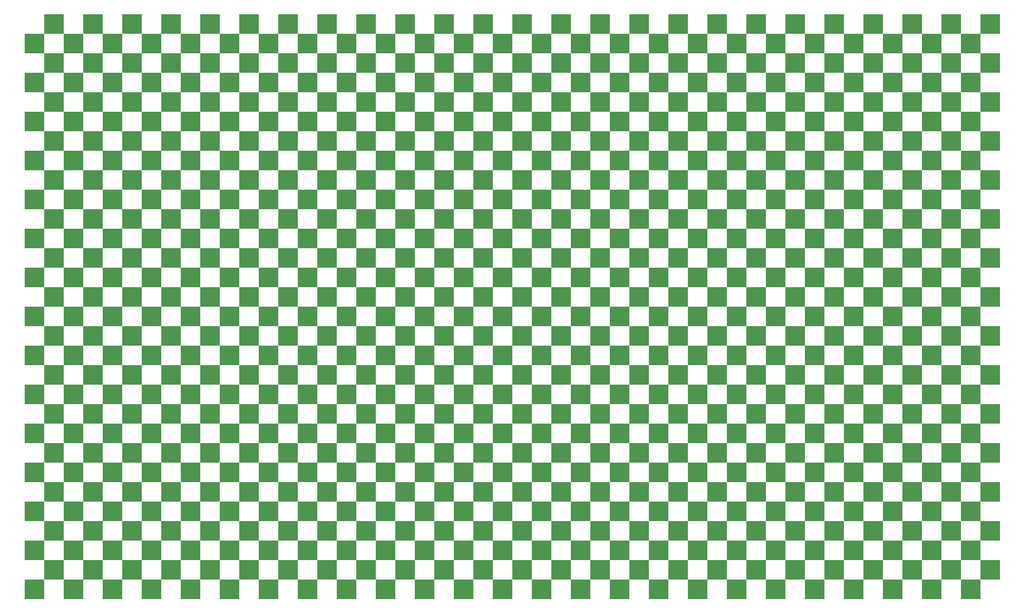
<source format=gtl>
G75*
G70*
%OFA0B0*%
%FSLAX22Y22*%
%IPPOS*%
%LPD*%
%ADD10R,0.1X0.1*%
D10*
X0005Y0005D03*
X0015Y0015D03*
X0025Y0005D03*
X0035Y0015D03*
X0045Y0005D03*
X0055Y0015D03*
X0065Y0005D03*
X0075Y0015D03*
X0085Y0005D03*
X0095Y0015D03*
X0105Y0005D03*
X0115Y0015D03*
X0125Y0005D03*
X0135Y0015D03*
X0145Y0005D03*
X0155Y0015D03*
X0165Y0005D03*
X0175Y0015D03*
X0185Y0005D03*
X0195Y0015D03*
X0205Y0005D03*
X0215Y0015D03*
X0225Y0005D03*
X0235Y0015D03*
X0245Y0005D03*
X0255Y0015D03*
X0265Y0005D03*
X0275Y0015D03*
X0285Y0005D03*
X0295Y0015D03*
X0305Y0005D03*
X0315Y0015D03*
X0325Y0005D03*
X0335Y0015D03*
X0345Y0005D03*
X0355Y0015D03*
X0365Y0005D03*
X0375Y0015D03*
X0385Y0005D03*
X0395Y0015D03*
X0405Y0005D03*
X0415Y0015D03*
X0425Y0005D03*
X0435Y0015D03*
X0445Y0005D03*
X0455Y0015D03*
X0465Y0005D03*
X0475Y0015D03*
X0485Y0005D03*
X0495Y0015D03*
X0005Y0025D03*
X0015Y0035D03*
X0025Y0025D03*
X0035Y0035D03*
X0045Y0025D03*
X0055Y0035D03*
X0065Y0025D03*
X0075Y0035D03*
X0085Y0025D03*
X0095Y0035D03*
X0105Y0025D03*
X0115Y0035D03*
X0125Y0025D03*
X0135Y0035D03*
X0145Y0025D03*
X0155Y0035D03*
X0165Y0025D03*
X0175Y0035D03*
X0185Y0025D03*
X0195Y0035D03*
X0205Y0025D03*
X0215Y0035D03*
X0225Y0025D03*
X0235Y0035D03*
X0245Y0025D03*
X0255Y0035D03*
X0265Y0025D03*
X0275Y0035D03*
X0285Y0025D03*
X0295Y0035D03*
X0305Y0025D03*
X0315Y0035D03*
X0325Y0025D03*
X0335Y0035D03*
X0345Y0025D03*
X0355Y0035D03*
X0365Y0025D03*
X0375Y0035D03*
X0385Y0025D03*
X0395Y0035D03*
X0405Y0025D03*
X0415Y0035D03*
X0425Y0025D03*
X0435Y0035D03*
X0445Y0025D03*
X0455Y0035D03*
X0465Y0025D03*
X0475Y0035D03*
X0485Y0025D03*
X0495Y0035D03*
X0005Y0045D03*
X0015Y0055D03*
X0025Y0045D03*
X0035Y0055D03*
X0045Y0045D03*
X0055Y0055D03*
X0065Y0045D03*
X0075Y0055D03*
X0085Y0045D03*
X0095Y0055D03*
X0105Y0045D03*
X0115Y0055D03*
X0125Y0045D03*
X0135Y0055D03*
X0145Y0045D03*
X0155Y0055D03*
X0165Y0045D03*
X0175Y0055D03*
X0185Y0045D03*
X0195Y0055D03*
X0205Y0045D03*
X0215Y0055D03*
X0225Y0045D03*
X0235Y0055D03*
X0245Y0045D03*
X0255Y0055D03*
X0265Y0045D03*
X0275Y0055D03*
X0285Y0045D03*
X0295Y0055D03*
X0305Y0045D03*
X0315Y0055D03*
X0325Y0045D03*
X0335Y0055D03*
X0345Y0045D03*
X0355Y0055D03*
X0365Y0045D03*
X0375Y0055D03*
X0385Y0045D03*
X0395Y0055D03*
X0405Y0045D03*
X0415Y0055D03*
X0425Y0045D03*
X0435Y0055D03*
X0445Y0045D03*
X0455Y0055D03*
X0465Y0045D03*
X0475Y0055D03*
X0485Y0045D03*
X0495Y0055D03*
X0005Y0065D03*
X0015Y0075D03*
X0025Y0065D03*
X0035Y0075D03*
X0045Y0065D03*
X0055Y0075D03*
X0065Y0065D03*
X0075Y0075D03*
X0085Y0065D03*
X0095Y0075D03*
X0105Y0065D03*
X0115Y0075D03*
X0125Y0065D03*
X0135Y0075D03*
X0145Y0065D03*
X0155Y0075D03*
X0165Y0065D03*
X0175Y0075D03*
X0185Y0065D03*
X0195Y0075D03*
X0205Y0065D03*
X0215Y0075D03*
X0225Y0065D03*
X0235Y0075D03*
X0245Y0065D03*
X0255Y0075D03*
X0265Y0065D03*
X0275Y0075D03*
X0285Y0065D03*
X0295Y0075D03*
X0305Y0065D03*
X0315Y0075D03*
X0325Y0065D03*
X0335Y0075D03*
X0345Y0065D03*
X0355Y0075D03*
X0365Y0065D03*
X0375Y0075D03*
X0385Y0065D03*
X0395Y0075D03*
X0405Y0065D03*
X0415Y0075D03*
X0425Y0065D03*
X0435Y0075D03*
X0445Y0065D03*
X0455Y0075D03*
X0465Y0065D03*
X0475Y0075D03*
X0485Y0065D03*
X0495Y0075D03*
X0005Y0065D03*
X0015Y0075D03*
X0025Y0065D03*
X0035Y0075D03*
X0045Y0065D03*
X0055Y0075D03*
X0065Y0065D03*
X0075Y0075D03*
X0085Y0065D03*
X0095Y0075D03*
X0105Y0065D03*
X0115Y0075D03*
X0125Y0065D03*
X0135Y0075D03*
X0145Y0065D03*
X0155Y0075D03*
X0165Y0065D03*
X0175Y0075D03*
X0185Y0065D03*
X0195Y0075D03*
X0205Y0065D03*
X0215Y0075D03*
X0225Y0065D03*
X0235Y0075D03*
X0245Y0065D03*
X0255Y0075D03*
X0265Y0065D03*
X0275Y0075D03*
X0285Y0065D03*
X0295Y0075D03*
X0305Y0065D03*
X0315Y0075D03*
X0325Y0065D03*
X0335Y0075D03*
X0345Y0065D03*
X0355Y0075D03*
X0365Y0065D03*
X0375Y0075D03*
X0385Y0065D03*
X0395Y0075D03*
X0405Y0065D03*
X0415Y0075D03*
X0425Y0065D03*
X0435Y0075D03*
X0445Y0065D03*
X0455Y0075D03*
X0465Y0065D03*
X0475Y0075D03*
X0485Y0065D03*
X0495Y0075D03*
X0005Y0065D03*
X0015Y0075D03*
X0025Y0065D03*
X0035Y0075D03*
X0045Y0065D03*
X0055Y0075D03*
X0065Y0065D03*
X0075Y0075D03*
X0085Y0065D03*
X0095Y0075D03*
X0105Y0065D03*
X0115Y0075D03*
X0125Y0065D03*
X0135Y0075D03*
X0145Y0065D03*
X0155Y0075D03*
X0165Y0065D03*
X0175Y0075D03*
X0185Y0065D03*
X0195Y0075D03*
X0205Y0065D03*
X0215Y0075D03*
X0225Y0065D03*
X0235Y0075D03*
X0245Y0065D03*
X0255Y0075D03*
X0265Y0065D03*
X0275Y0075D03*
X0285Y0065D03*
X0295Y0075D03*
X0305Y0065D03*
X0315Y0075D03*
X0325Y0065D03*
X0335Y0075D03*
X0345Y0065D03*
X0355Y0075D03*
X0365Y0065D03*
X0375Y0075D03*
X0385Y0065D03*
X0395Y0075D03*
X0405Y0065D03*
X0415Y0075D03*
X0425Y0065D03*
X0435Y0075D03*
X0445Y0065D03*
X0455Y0075D03*
X0465Y0065D03*
X0475Y0075D03*
X0485Y0065D03*
X0495Y0075D03*
X0005Y0085D03*
X0015Y0095D03*
X0025Y0085D03*
X0035Y0095D03*
X0045Y0085D03*
X0055Y0095D03*
X0065Y0085D03*
X0075Y0095D03*
X0085Y0085D03*
X0095Y0095D03*
X0105Y0085D03*
X0115Y0095D03*
X0125Y0085D03*
X0135Y0095D03*
X0145Y0085D03*
X0155Y0095D03*
X0165Y0085D03*
X0175Y0095D03*
X0185Y0085D03*
X0195Y0095D03*
X0205Y0085D03*
X0215Y0095D03*
X0225Y0085D03*
X0235Y0095D03*
X0245Y0085D03*
X0255Y0095D03*
X0265Y0085D03*
X0275Y0095D03*
X0285Y0085D03*
X0295Y0095D03*
X0305Y0085D03*
X0315Y0095D03*
X0325Y0085D03*
X0335Y0095D03*
X0345Y0085D03*
X0355Y0095D03*
X0365Y0085D03*
X0375Y0095D03*
X0385Y0085D03*
X0395Y0095D03*
X0405Y0085D03*
X0415Y0095D03*
X0425Y0085D03*
X0435Y0095D03*
X0445Y0085D03*
X0455Y0095D03*
X0465Y0085D03*
X0475Y0095D03*
X0485Y0085D03*
X0495Y0095D03*
X0005Y0105D03*
X0015Y0115D03*
X0025Y0105D03*
X0035Y0115D03*
X0045Y0105D03*
X0055Y0115D03*
X0065Y0105D03*
X0075Y0115D03*
X0085Y0105D03*
X0095Y0115D03*
X0105Y0105D03*
X0115Y0115D03*
X0125Y0105D03*
X0135Y0115D03*
X0145Y0105D03*
X0155Y0115D03*
X0165Y0105D03*
X0175Y0115D03*
X0185Y0105D03*
X0195Y0115D03*
X0205Y0105D03*
X0215Y0115D03*
X0225Y0105D03*
X0235Y0115D03*
X0245Y0105D03*
X0255Y0115D03*
X0265Y0105D03*
X0275Y0115D03*
X0285Y0105D03*
X0295Y0115D03*
X0305Y0105D03*
X0315Y0115D03*
X0325Y0105D03*
X0335Y0115D03*
X0345Y0105D03*
X0355Y0115D03*
X0365Y0105D03*
X0375Y0115D03*
X0385Y0105D03*
X0395Y0115D03*
X0405Y0105D03*
X0415Y0115D03*
X0425Y0105D03*
X0435Y0115D03*
X0445Y0105D03*
X0455Y0115D03*
X0465Y0105D03*
X0475Y0115D03*
X0485Y0105D03*
X0495Y0115D03*
X0005Y0125D03*
X0015Y0135D03*
X0025Y0125D03*
X0035Y0135D03*
X0045Y0125D03*
X0055Y0135D03*
X0065Y0125D03*
X0075Y0135D03*
X0085Y0125D03*
X0095Y0135D03*
X0105Y0125D03*
X0115Y0135D03*
X0125Y0125D03*
X0135Y0135D03*
X0145Y0125D03*
X0155Y0135D03*
X0165Y0125D03*
X0175Y0135D03*
X0185Y0125D03*
X0195Y0135D03*
X0205Y0125D03*
X0215Y0135D03*
X0225Y0125D03*
X0235Y0135D03*
X0245Y0125D03*
X0255Y0135D03*
X0265Y0125D03*
X0275Y0135D03*
X0285Y0125D03*
X0295Y0135D03*
X0305Y0125D03*
X0315Y0135D03*
X0325Y0125D03*
X0335Y0135D03*
X0345Y0125D03*
X0355Y0135D03*
X0365Y0125D03*
X0375Y0135D03*
X0385Y0125D03*
X0395Y0135D03*
X0405Y0125D03*
X0415Y0135D03*
X0425Y0125D03*
X0435Y0135D03*
X0445Y0125D03*
X0455Y0135D03*
X0465Y0125D03*
X0475Y0135D03*
X0485Y0125D03*
X0495Y0135D03*
X0005Y0145D03*
X0015Y0155D03*
X0025Y0145D03*
X0035Y0155D03*
X0045Y0145D03*
X0055Y0155D03*
X0065Y0145D03*
X0075Y0155D03*
X0085Y0145D03*
X0095Y0155D03*
X0105Y0145D03*
X0115Y0155D03*
X0125Y0145D03*
X0135Y0155D03*
X0145Y0145D03*
X0155Y0155D03*
X0165Y0145D03*
X0175Y0155D03*
X0185Y0145D03*
X0195Y0155D03*
X0205Y0145D03*
X0215Y0155D03*
X0225Y0145D03*
X0235Y0155D03*
X0245Y0145D03*
X0255Y0155D03*
X0265Y0145D03*
X0275Y0155D03*
X0285Y0145D03*
X0295Y0155D03*
X0305Y0145D03*
X0315Y0155D03*
X0325Y0145D03*
X0335Y0155D03*
X0345Y0145D03*
X0355Y0155D03*
X0365Y0145D03*
X0375Y0155D03*
X0385Y0145D03*
X0395Y0155D03*
X0405Y0145D03*
X0415Y0155D03*
X0425Y0145D03*
X0435Y0155D03*
X0445Y0145D03*
X0455Y0155D03*
X0465Y0145D03*
X0475Y0155D03*
X0485Y0145D03*
X0495Y0155D03*
X0005Y0165D03*
X0015Y0175D03*
X0025Y0165D03*
X0035Y0175D03*
X0045Y0165D03*
X0055Y0175D03*
X0065Y0165D03*
X0075Y0175D03*
X0085Y0165D03*
X0095Y0175D03*
X0105Y0165D03*
X0115Y0175D03*
X0125Y0165D03*
X0135Y0175D03*
X0145Y0165D03*
X0155Y0175D03*
X0165Y0165D03*
X0175Y0175D03*
X0185Y0165D03*
X0195Y0175D03*
X0205Y0165D03*
X0215Y0175D03*
X0225Y0165D03*
X0235Y0175D03*
X0245Y0165D03*
X0255Y0175D03*
X0265Y0165D03*
X0275Y0175D03*
X0285Y0165D03*
X0295Y0175D03*
X0305Y0165D03*
X0315Y0175D03*
X0325Y0165D03*
X0335Y0175D03*
X0345Y0165D03*
X0355Y0175D03*
X0365Y0165D03*
X0375Y0175D03*
X0385Y0165D03*
X0395Y0175D03*
X0405Y0165D03*
X0415Y0175D03*
X0425Y0165D03*
X0435Y0175D03*
X0445Y0165D03*
X0455Y0175D03*
X0465Y0165D03*
X0475Y0175D03*
X0485Y0165D03*
X0495Y0175D03*
X0005Y0165D03*
X0015Y0175D03*
X0025Y0165D03*
X0035Y0175D03*
X0045Y0165D03*
X0055Y0175D03*
X0065Y0165D03*
X0075Y0175D03*
X0085Y0165D03*
X0095Y0175D03*
X0105Y0165D03*
X0115Y0175D03*
X0125Y0165D03*
X0135Y0175D03*
X0145Y0165D03*
X0155Y0175D03*
X0165Y0165D03*
X0175Y0175D03*
X0185Y0165D03*
X0195Y0175D03*
X0205Y0165D03*
X0215Y0175D03*
X0225Y0165D03*
X0235Y0175D03*
X0245Y0165D03*
X0255Y0175D03*
X0265Y0165D03*
X0275Y0175D03*
X0285Y0165D03*
X0295Y0175D03*
X0305Y0165D03*
X0315Y0175D03*
X0325Y0165D03*
X0335Y0175D03*
X0345Y0165D03*
X0355Y0175D03*
X0365Y0165D03*
X0375Y0175D03*
X0385Y0165D03*
X0395Y0175D03*
X0405Y0165D03*
X0415Y0175D03*
X0425Y0165D03*
X0435Y0175D03*
X0445Y0165D03*
X0455Y0175D03*
X0465Y0165D03*
X0475Y0175D03*
X0485Y0165D03*
X0495Y0175D03*
X0005Y0165D03*
X0015Y0175D03*
X0025Y0165D03*
X0035Y0175D03*
X0045Y0165D03*
X0055Y0175D03*
X0065Y0165D03*
X0075Y0175D03*
X0085Y0165D03*
X0095Y0175D03*
X0105Y0165D03*
X0115Y0175D03*
X0125Y0165D03*
X0135Y0175D03*
X0145Y0165D03*
X0155Y0175D03*
X0165Y0165D03*
X0175Y0175D03*
X0185Y0165D03*
X0195Y0175D03*
X0205Y0165D03*
X0215Y0175D03*
X0225Y0165D03*
X0235Y0175D03*
X0245Y0165D03*
X0255Y0175D03*
X0265Y0165D03*
X0275Y0175D03*
X0285Y0165D03*
X0295Y0175D03*
X0305Y0165D03*
X0315Y0175D03*
X0325Y0165D03*
X0335Y0175D03*
X0345Y0165D03*
X0355Y0175D03*
X0365Y0165D03*
X0375Y0175D03*
X0385Y0165D03*
X0395Y0175D03*
X0405Y0165D03*
X0415Y0175D03*
X0425Y0165D03*
X0435Y0175D03*
X0445Y0165D03*
X0455Y0175D03*
X0465Y0165D03*
X0475Y0175D03*
X0485Y0165D03*
X0495Y0175D03*
X0005Y0185D03*
X0015Y0195D03*
X0025Y0185D03*
X0035Y0195D03*
X0045Y0185D03*
X0055Y0195D03*
X0065Y0185D03*
X0075Y0195D03*
X0085Y0185D03*
X0095Y0195D03*
X0105Y0185D03*
X0115Y0195D03*
X0125Y0185D03*
X0135Y0195D03*
X0145Y0185D03*
X0155Y0195D03*
X0165Y0185D03*
X0175Y0195D03*
X0185Y0185D03*
X0195Y0195D03*
X0205Y0185D03*
X0215Y0195D03*
X0225Y0185D03*
X0235Y0195D03*
X0245Y0185D03*
X0255Y0195D03*
X0265Y0185D03*
X0275Y0195D03*
X0285Y0185D03*
X0295Y0195D03*
X0305Y0185D03*
X0315Y0195D03*
X0325Y0185D03*
X0335Y0195D03*
X0345Y0185D03*
X0355Y0195D03*
X0365Y0185D03*
X0375Y0195D03*
X0385Y0185D03*
X0395Y0195D03*
X0405Y0185D03*
X0415Y0195D03*
X0425Y0185D03*
X0435Y0195D03*
X0445Y0185D03*
X0455Y0195D03*
X0465Y0185D03*
X0475Y0195D03*
X0485Y0185D03*
X0495Y0195D03*
X0005Y0205D03*
X0015Y0215D03*
X0025Y0205D03*
X0035Y0215D03*
X0045Y0205D03*
X0055Y0215D03*
X0065Y0205D03*
X0075Y0215D03*
X0085Y0205D03*
X0095Y0215D03*
X0105Y0205D03*
X0115Y0215D03*
X0125Y0205D03*
X0135Y0215D03*
X0145Y0205D03*
X0155Y0215D03*
X0165Y0205D03*
X0175Y0215D03*
X0185Y0205D03*
X0195Y0215D03*
X0205Y0205D03*
X0215Y0215D03*
X0225Y0205D03*
X0235Y0215D03*
X0245Y0205D03*
X0255Y0215D03*
X0265Y0205D03*
X0275Y0215D03*
X0285Y0205D03*
X0295Y0215D03*
X0305Y0205D03*
X0315Y0215D03*
X0325Y0205D03*
X0335Y0215D03*
X0345Y0205D03*
X0355Y0215D03*
X0365Y0205D03*
X0375Y0215D03*
X0385Y0205D03*
X0395Y0215D03*
X0405Y0205D03*
X0415Y0215D03*
X0425Y0205D03*
X0435Y0215D03*
X0445Y0205D03*
X0455Y0215D03*
X0465Y0205D03*
X0475Y0215D03*
X0485Y0205D03*
X0495Y0215D03*
X0005Y0225D03*
X0015Y0235D03*
X0025Y0225D03*
X0035Y0235D03*
X0045Y0225D03*
X0055Y0235D03*
X0065Y0225D03*
X0075Y0235D03*
X0085Y0225D03*
X0095Y0235D03*
X0105Y0225D03*
X0115Y0235D03*
X0125Y0225D03*
X0135Y0235D03*
X0145Y0225D03*
X0155Y0235D03*
X0165Y0225D03*
X0175Y0235D03*
X0185Y0225D03*
X0195Y0235D03*
X0205Y0225D03*
X0215Y0235D03*
X0225Y0225D03*
X0235Y0235D03*
X0245Y0225D03*
X0255Y0235D03*
X0265Y0225D03*
X0275Y0235D03*
X0285Y0225D03*
X0295Y0235D03*
X0305Y0225D03*
X0315Y0235D03*
X0325Y0225D03*
X0335Y0235D03*
X0345Y0225D03*
X0355Y0235D03*
X0365Y0225D03*
X0375Y0235D03*
X0385Y0225D03*
X0395Y0235D03*
X0405Y0225D03*
X0415Y0235D03*
X0425Y0225D03*
X0435Y0235D03*
X0445Y0225D03*
X0455Y0235D03*
X0465Y0225D03*
X0475Y0235D03*
X0485Y0225D03*
X0495Y0235D03*
X0005Y0245D03*
X0015Y0255D03*
X0025Y0245D03*
X0035Y0255D03*
X0045Y0245D03*
X0055Y0255D03*
X0065Y0245D03*
X0075Y0255D03*
X0085Y0245D03*
X0095Y0255D03*
X0105Y0245D03*
X0115Y0255D03*
X0125Y0245D03*
X0135Y0255D03*
X0145Y0245D03*
X0155Y0255D03*
X0165Y0245D03*
X0175Y0255D03*
X0185Y0245D03*
X0195Y0255D03*
X0205Y0245D03*
X0215Y0255D03*
X0225Y0245D03*
X0235Y0255D03*
X0245Y0245D03*
X0255Y0255D03*
X0265Y0245D03*
X0275Y0255D03*
X0285Y0245D03*
X0295Y0255D03*
X0305Y0245D03*
X0315Y0255D03*
X0325Y0245D03*
X0335Y0255D03*
X0345Y0245D03*
X0355Y0255D03*
X0365Y0245D03*
X0375Y0255D03*
X0385Y0245D03*
X0395Y0255D03*
X0405Y0245D03*
X0415Y0255D03*
X0425Y0245D03*
X0435Y0255D03*
X0445Y0245D03*
X0455Y0255D03*
X0465Y0245D03*
X0475Y0255D03*
X0485Y0245D03*
X0495Y0255D03*
X0005Y0265D03*
X0015Y0275D03*
X0025Y0265D03*
X0035Y0275D03*
X0045Y0265D03*
X0055Y0275D03*
X0065Y0265D03*
X0075Y0275D03*
X0085Y0265D03*
X0095Y0275D03*
X0105Y0265D03*
X0115Y0275D03*
X0125Y0265D03*
X0135Y0275D03*
X0145Y0265D03*
X0155Y0275D03*
X0165Y0265D03*
X0175Y0275D03*
X0185Y0265D03*
X0195Y0275D03*
X0205Y0265D03*
X0215Y0275D03*
X0225Y0265D03*
X0235Y0275D03*
X0245Y0265D03*
X0255Y0275D03*
X0265Y0265D03*
X0275Y0275D03*
X0285Y0265D03*
X0295Y0275D03*
X0305Y0265D03*
X0315Y0275D03*
X0325Y0265D03*
X0335Y0275D03*
X0345Y0265D03*
X0355Y0275D03*
X0365Y0265D03*
X0375Y0275D03*
X0385Y0265D03*
X0395Y0275D03*
X0405Y0265D03*
X0415Y0275D03*
X0425Y0265D03*
X0435Y0275D03*
X0445Y0265D03*
X0455Y0275D03*
X0465Y0265D03*
X0475Y0275D03*
X0485Y0265D03*
X0495Y0275D03*
X0005Y0265D03*
X0015Y0275D03*
X0025Y0265D03*
X0035Y0275D03*
X0045Y0265D03*
X0055Y0275D03*
X0065Y0265D03*
X0075Y0275D03*
X0085Y0265D03*
X0095Y0275D03*
X0105Y0265D03*
X0115Y0275D03*
X0125Y0265D03*
X0135Y0275D03*
X0145Y0265D03*
X0155Y0275D03*
X0165Y0265D03*
X0175Y0275D03*
X0185Y0265D03*
X0195Y0275D03*
X0205Y0265D03*
X0215Y0275D03*
X0225Y0265D03*
X0235Y0275D03*
X0245Y0265D03*
X0255Y0275D03*
X0265Y0265D03*
X0275Y0275D03*
X0285Y0265D03*
X0295Y0275D03*
X0305Y0265D03*
X0315Y0275D03*
X0325Y0265D03*
X0335Y0275D03*
X0345Y0265D03*
X0355Y0275D03*
X0365Y0265D03*
X0375Y0275D03*
X0385Y0265D03*
X0395Y0275D03*
X0405Y0265D03*
X0415Y0275D03*
X0425Y0265D03*
X0435Y0275D03*
X0445Y0265D03*
X0455Y0275D03*
X0465Y0265D03*
X0475Y0275D03*
X0485Y0265D03*
X0495Y0275D03*
X0005Y0265D03*
X0015Y0275D03*
X0025Y0265D03*
X0035Y0275D03*
X0045Y0265D03*
X0055Y0275D03*
X0065Y0265D03*
X0075Y0275D03*
X0085Y0265D03*
X0095Y0275D03*
X0105Y0265D03*
X0115Y0275D03*
X0125Y0265D03*
X0135Y0275D03*
X0145Y0265D03*
X0155Y0275D03*
X0165Y0265D03*
X0175Y0275D03*
X0185Y0265D03*
X0195Y0275D03*
X0205Y0265D03*
X0215Y0275D03*
X0225Y0265D03*
X0235Y0275D03*
X0245Y0265D03*
X0255Y0275D03*
X0265Y0265D03*
X0275Y0275D03*
X0285Y0265D03*
X0295Y0275D03*
X0305Y0265D03*
X0315Y0275D03*
X0325Y0265D03*
X0335Y0275D03*
X0345Y0265D03*
X0355Y0275D03*
X0365Y0265D03*
X0375Y0275D03*
X0385Y0265D03*
X0395Y0275D03*
X0405Y0265D03*
X0415Y0275D03*
X0425Y0265D03*
X0435Y0275D03*
X0445Y0265D03*
X0455Y0275D03*
X0465Y0265D03*
X0475Y0275D03*
X0485Y0265D03*
X0495Y0275D03*
X0005Y0285D03*
X0015Y0295D03*
X0025Y0285D03*
X0035Y0295D03*
X0045Y0285D03*
X0055Y0295D03*
X0065Y0285D03*
X0075Y0295D03*
X0085Y0285D03*
X0095Y0295D03*
X0105Y0285D03*
X0115Y0295D03*
X0125Y0285D03*
X0135Y0295D03*
X0145Y0285D03*
X0155Y0295D03*
X0165Y0285D03*
X0175Y0295D03*
X0185Y0285D03*
X0195Y0295D03*
X0205Y0285D03*
X0215Y0295D03*
X0225Y0285D03*
X0235Y0295D03*
X0245Y0285D03*
X0255Y0295D03*
X0265Y0285D03*
X0275Y0295D03*
X0285Y0285D03*
X0295Y0295D03*
X0305Y0285D03*
X0315Y0295D03*
X0325Y0285D03*
X0335Y0295D03*
X0345Y0285D03*
X0355Y0295D03*
X0365Y0285D03*
X0375Y0295D03*
X0385Y0285D03*
X0395Y0295D03*
X0405Y0285D03*
X0415Y0295D03*
X0425Y0285D03*
X0435Y0295D03*
X0445Y0285D03*
X0455Y0295D03*
X0465Y0285D03*
X0475Y0295D03*
X0485Y0285D03*
X0495Y0295D03*
M02*

</source>
